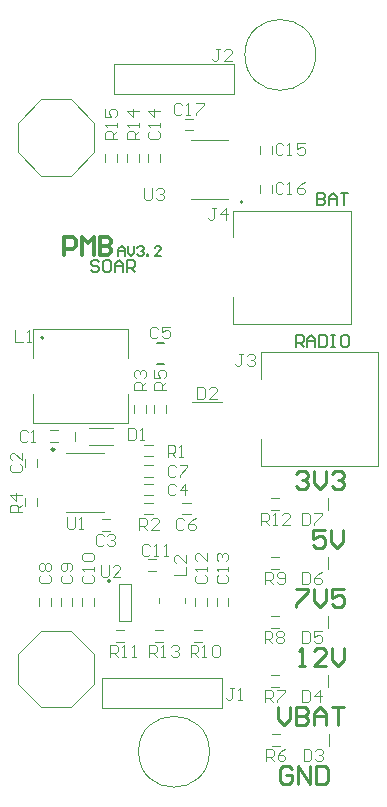
<source format=gto>
G04*
G04 #@! TF.GenerationSoftware,Altium Limited,Altium Designer,20.0.11 (256)*
G04*
G04 Layer_Color=65535*
%FSLAX44Y44*%
%MOMM*%
G71*
G01*
G75*
%ADD10C,0.2000*%
%ADD11C,0.2500*%
%ADD12C,0.1000*%
%ADD13C,0.1270*%
%ADD14C,0.3000*%
%ADD15C,0.2540*%
D10*
X96000Y174500D02*
G03*
X96000Y174500I-1000J0D01*
G01*
X208043Y495450D02*
G03*
X208043Y495450I-1000J0D01*
G01*
X39500Y380500D02*
G03*
X39500Y380500I-1000J0D01*
G01*
X103000Y450000D02*
Y455332D01*
X105666Y457997D01*
X108332Y455332D01*
Y450000D01*
Y453999D01*
X103000D01*
X110997Y457997D02*
Y452666D01*
X113663Y450000D01*
X116329Y452666D01*
Y457997D01*
X118995Y456665D02*
X120328Y457997D01*
X122993D01*
X124326Y456665D01*
Y455332D01*
X122993Y453999D01*
X121661D01*
X122993D01*
X124326Y452666D01*
Y451333D01*
X122993Y450000D01*
X120328D01*
X118995Y451333D01*
X126992Y450000D02*
Y451333D01*
X128325D01*
Y450000D01*
X126992D01*
X138988D02*
X133657D01*
X138988Y455332D01*
Y456665D01*
X137655Y457997D01*
X134990D01*
X133657Y456665D01*
X86664Y444331D02*
X84998Y445997D01*
X81666D01*
X80000Y444331D01*
Y442664D01*
X81666Y440998D01*
X84998D01*
X86664Y439332D01*
Y437666D01*
X84998Y436000D01*
X81666D01*
X80000Y437666D01*
X94995Y445997D02*
X91663D01*
X89997Y444331D01*
Y437666D01*
X91663Y436000D01*
X94995D01*
X96661Y437666D01*
Y444331D01*
X94995Y445997D01*
X99993Y436000D02*
Y442664D01*
X103326Y445997D01*
X106658Y442664D01*
Y436000D01*
Y440998D01*
X99993D01*
X109990Y436000D02*
Y445997D01*
X114989D01*
X116655Y444331D01*
Y440998D01*
X114989Y439332D01*
X109990D01*
X113323D02*
X116655Y436000D01*
X271000Y502997D02*
Y493000D01*
X275998D01*
X277665Y494666D01*
Y496332D01*
X275998Y497998D01*
X271000D01*
X275998D01*
X277665Y499664D01*
Y501331D01*
X275998Y502997D01*
X271000D01*
X280997Y493000D02*
Y499664D01*
X284329Y502997D01*
X287661Y499664D01*
Y493000D01*
Y497998D01*
X280997D01*
X290994Y502997D02*
X297658D01*
X294326D01*
Y493000D01*
X253000Y373000D02*
Y382997D01*
X257998D01*
X259664Y381331D01*
Y377998D01*
X257998Y376332D01*
X253000D01*
X256332D02*
X259664Y373000D01*
X262997D02*
Y379664D01*
X266329Y382997D01*
X269661Y379664D01*
Y373000D01*
Y377998D01*
X262997D01*
X272994Y382997D02*
Y373000D01*
X277992D01*
X279658Y374666D01*
Y381331D01*
X277992Y382997D01*
X272994D01*
X282990D02*
X286323D01*
X284657D01*
Y373000D01*
X282990D01*
X286323D01*
X296319Y382997D02*
X292987D01*
X291321Y381331D01*
Y374666D01*
X292987Y373000D01*
X296319D01*
X297985Y374666D01*
Y381331D01*
X296319Y382997D01*
D11*
X48750Y285900D02*
G03*
X48750Y285900I-1250J0D01*
G01*
D12*
X270000Y620000D02*
G03*
X270000Y620000I-30000J0D01*
G01*
X180000Y30000D02*
G03*
X180000Y30000I-30000J0D01*
G01*
X62500Y582500D02*
X82500Y562500D01*
X62500Y517500D02*
X82500Y537500D01*
Y562500D01*
X37500Y517500D02*
X62500D01*
X37500Y582500D02*
X62500D01*
X17500Y562500D02*
X37500Y582500D01*
X17500Y537500D02*
X37500Y517500D01*
X17500Y537500D02*
Y562500D01*
X62500Y132500D02*
X82500Y112500D01*
X62500Y67500D02*
X82500Y87500D01*
Y112500D01*
X37500Y67500D02*
X62500D01*
X37500Y132500D02*
X62500D01*
X17500Y112500D02*
X37500Y132500D01*
X17500Y87500D02*
X37500Y67500D01*
X17500Y87500D02*
Y112500D01*
X113500Y141000D02*
Y172000D01*
X103500Y141000D02*
Y172000D01*
Y141000D02*
X113500D01*
X103500Y172000D02*
X113500D01*
X58750Y283350D02*
X90750D01*
X58750Y233350D02*
X90750D01*
X164043Y498000D02*
X196043D01*
X164043Y548000D02*
X196043D01*
X280500Y235000D02*
Y245000D01*
X159000Y156200D02*
Y160000D01*
X137000Y156200D02*
Y160000D01*
X165500Y326000D02*
X190500D01*
X111000Y308000D02*
Y333000D01*
X31000Y308000D02*
X111000D01*
X31000D02*
Y333000D01*
Y363000D02*
Y388000D01*
X111000D01*
Y363000D02*
Y388000D01*
X99200Y612700D02*
X200800D01*
Y587300D02*
Y612700D01*
X99200Y587300D02*
X200800D01*
X99200D02*
Y612700D01*
X78250Y304000D02*
X98250D01*
X78250Y290000D02*
X98250D01*
X66250Y293000D02*
Y301000D01*
X232000Y245000D02*
X239000D01*
X232000Y235000D02*
X239000D01*
X200250Y465400D02*
Y488250D01*
X299500D01*
Y391750D02*
Y488250D01*
X200250Y391750D02*
X299500D01*
X200250D02*
Y414600D01*
X36000Y153000D02*
Y160000D01*
X46000Y153000D02*
Y160000D01*
X54000Y153000D02*
Y160000D01*
X64000Y153000D02*
Y160000D01*
X168000Y153000D02*
Y160000D01*
X178000Y153000D02*
Y160000D01*
X186000Y153000D02*
Y160000D01*
X196000Y153000D02*
Y160000D01*
X138000Y529000D02*
Y536000D01*
X128000Y529000D02*
Y536000D01*
X223000Y536000D02*
Y543000D01*
X233000Y536000D02*
Y543000D01*
X159000Y566000D02*
X166000D01*
X159000Y556000D02*
X166000D01*
X89200Y92700D02*
X190800D01*
Y67300D02*
Y92700D01*
X89200Y67300D02*
X190800D01*
X89200D02*
Y92700D01*
X167000Y133000D02*
X174000D01*
X167000Y123000D02*
X174000D01*
X101000Y133000D02*
X108000D01*
X101000Y123000D02*
X108000D01*
X134000Y133000D02*
X141000D01*
X134000Y123000D02*
X141000D01*
X120000Y529000D02*
Y536000D01*
X110000Y529000D02*
Y536000D01*
X92000Y529000D02*
Y536000D01*
X102000Y529000D02*
Y536000D01*
X72000Y153000D02*
Y160000D01*
X82000Y153000D02*
Y160000D01*
X128000Y183000D02*
X135000D01*
X128000Y193000D02*
X135000D01*
X223000Y503000D02*
Y510000D01*
X233000Y503000D02*
Y510000D01*
X45000Y302000D02*
X52000D01*
X45000Y292000D02*
X52000D01*
X34000Y271000D02*
Y278000D01*
X24000Y271000D02*
Y278000D01*
X89000Y227000D02*
X96000D01*
X89000Y217000D02*
X96000D01*
X125000Y247000D02*
X132000D01*
X125000Y257000D02*
X132000D01*
X157000Y231000D02*
X164000D01*
X157000Y241000D02*
X164000D01*
X125000Y263000D02*
X132000D01*
X125000Y273000D02*
X132000D01*
X281500Y35000D02*
Y45000D01*
X280500Y85000D02*
Y95000D01*
Y135000D02*
Y145000D01*
Y185000D02*
Y195000D01*
X223250Y345400D02*
Y368250D01*
X322500D01*
Y271750D02*
Y368250D01*
X223250Y271750D02*
X322500D01*
X223250D02*
Y294600D01*
X125000Y290000D02*
X132000D01*
X125000Y280000D02*
X132000D01*
X125000Y231000D02*
X132000D01*
X125000Y241000D02*
X132000D01*
X116000Y317000D02*
Y324000D01*
X126000Y317000D02*
Y324000D01*
X24000Y238000D02*
Y245000D01*
X34000Y238000D02*
Y245000D01*
X143000Y317000D02*
Y324000D01*
X133000Y317000D02*
Y324000D01*
X233000Y45000D02*
X240000D01*
X233000Y35000D02*
X240000D01*
X232000Y95000D02*
X239000D01*
X232000Y85000D02*
X239000D01*
X232000Y145000D02*
X239000D01*
X232000Y135000D02*
X239000D01*
X232000Y195000D02*
X239000D01*
X232000Y185000D02*
X239000D01*
X185334Y489998D02*
X182002D01*
X183668D01*
Y481668D01*
X182002Y480002D01*
X180336D01*
X178669Y481668D01*
X193664Y480002D02*
Y489998D01*
X188666Y485000D01*
X195331D01*
X59335Y228998D02*
Y220668D01*
X61002Y219002D01*
X64334D01*
X66000Y220668D01*
Y228998D01*
X69332Y219002D02*
X72664D01*
X70998D01*
Y228998D01*
X69332Y227332D01*
X223504Y222002D02*
Y231998D01*
X228502D01*
X230168Y230332D01*
Y227000D01*
X228502Y225334D01*
X223504D01*
X226836D02*
X230168Y222002D01*
X233501D02*
X236833D01*
X235167D01*
Y231998D01*
X233501Y230332D01*
X248496Y222002D02*
X241831D01*
X248496Y228666D01*
Y230332D01*
X246830Y231998D01*
X243498D01*
X241831Y230332D01*
X227169Y172002D02*
Y181998D01*
X232168D01*
X233834Y180332D01*
Y177000D01*
X232168Y175334D01*
X227169D01*
X230502D02*
X233834Y172002D01*
X237166Y173668D02*
X238832Y172002D01*
X242164D01*
X243831Y173668D01*
Y180332D01*
X242164Y181998D01*
X238832D01*
X237166Y180332D01*
Y178666D01*
X238832Y177000D01*
X243831D01*
X226669Y122002D02*
Y131998D01*
X231668D01*
X233334Y130332D01*
Y127000D01*
X231668Y125334D01*
X226669D01*
X230002D02*
X233334Y122002D01*
X236666Y130332D02*
X238332Y131998D01*
X241665D01*
X243331Y130332D01*
Y128666D01*
X241665Y127000D01*
X243331Y125334D01*
Y123668D01*
X241665Y122002D01*
X238332D01*
X236666Y123668D01*
Y125334D01*
X238332Y127000D01*
X236666Y128666D01*
Y130332D01*
X238332Y127000D02*
X241665D01*
X227173Y72002D02*
Y81999D01*
X232171D01*
X233837Y80333D01*
Y77001D01*
X232171Y75335D01*
X227173D01*
X230505D02*
X233837Y72002D01*
X237170Y81999D02*
X243834D01*
Y80333D01*
X237170Y73668D01*
Y72002D01*
X227669Y22002D02*
Y31998D01*
X232668D01*
X234334Y30332D01*
Y27000D01*
X232668Y25334D01*
X227669D01*
X231002D02*
X234334Y22002D01*
X244331Y31998D02*
X240998Y30332D01*
X237666Y27000D01*
Y23668D01*
X239332Y22002D01*
X242665D01*
X244331Y23668D01*
Y25334D01*
X242665Y27000D01*
X237666D01*
X142998Y336669D02*
X133002D01*
Y341668D01*
X134668Y343334D01*
X138000D01*
X139666Y341668D01*
Y336669D01*
Y340002D02*
X142998Y343334D01*
X133002Y353331D02*
Y346666D01*
X138000D01*
X136334Y349998D01*
Y351665D01*
X138000Y353331D01*
X141332D01*
X142998Y351665D01*
Y348332D01*
X141332Y346666D01*
X20998Y232669D02*
X11002D01*
Y237668D01*
X12668Y239334D01*
X16000D01*
X17666Y237668D01*
Y232669D01*
Y236002D02*
X20998Y239334D01*
Y247665D02*
X11002D01*
X16000Y242666D01*
Y249331D01*
X125998Y336669D02*
X116002D01*
Y341668D01*
X117668Y343334D01*
X121000D01*
X122666Y341668D01*
Y336669D01*
Y340002D02*
X125998Y343334D01*
X117668Y346666D02*
X116002Y348332D01*
Y351665D01*
X117668Y353331D01*
X119334D01*
X121000Y351665D01*
Y349998D01*
Y351665D01*
X122666Y353331D01*
X124332D01*
X125998Y351665D01*
Y348332D01*
X124332Y346666D01*
X120669Y218002D02*
Y227998D01*
X125668D01*
X127334Y226332D01*
Y223000D01*
X125668Y221334D01*
X120669D01*
X124002D02*
X127334Y218002D01*
X137331D02*
X130666D01*
X137331Y224666D01*
Y226332D01*
X135665Y227998D01*
X132332D01*
X130666Y226332D01*
X144597Y279819D02*
Y289816D01*
X149596D01*
X151262Y288150D01*
Y284817D01*
X149596Y283151D01*
X144597D01*
X147929D02*
X151262Y279819D01*
X154594D02*
X157926D01*
X156260D01*
Y289816D01*
X154594Y288150D01*
X15336Y386998D02*
Y377002D01*
X22000D01*
X25332D02*
X28665D01*
X26998D01*
Y386998D01*
X25332Y385332D01*
X208334Y366998D02*
X205002D01*
X206668D01*
Y358668D01*
X205002Y357002D01*
X203335D01*
X201669Y358668D01*
X211666Y365332D02*
X213332Y366998D01*
X216665D01*
X218331Y365332D01*
Y363666D01*
X216665Y362000D01*
X214998D01*
X216665D01*
X218331Y360334D01*
Y358668D01*
X216665Y357002D01*
X213332D01*
X211666Y358668D01*
X258669Y231998D02*
Y222002D01*
X263668D01*
X265334Y223668D01*
Y230332D01*
X263668Y231998D01*
X258669D01*
X268666D02*
X275331D01*
Y230332D01*
X268666Y223668D01*
Y222002D01*
X258669Y181998D02*
Y172002D01*
X263668D01*
X265334Y173668D01*
Y180332D01*
X263668Y181998D01*
X258669D01*
X275331D02*
X271998Y180332D01*
X268666Y177000D01*
Y173668D01*
X270332Y172002D01*
X273664D01*
X275331Y173668D01*
Y175334D01*
X273664Y177000D01*
X268666D01*
X258669Y131998D02*
Y122002D01*
X263668D01*
X265334Y123668D01*
Y130332D01*
X263668Y131998D01*
X258669D01*
X275331D02*
X268666D01*
Y127000D01*
X271998Y128666D01*
X273664D01*
X275331Y127000D01*
Y123668D01*
X273664Y122002D01*
X270332D01*
X268666Y123668D01*
X258669Y81998D02*
Y72002D01*
X263668D01*
X265334Y73668D01*
Y80332D01*
X263668Y81998D01*
X258669D01*
X273664Y72002D02*
Y81998D01*
X268666Y77000D01*
X275331D01*
X259669Y31998D02*
Y22002D01*
X264668D01*
X266334Y23668D01*
Y30332D01*
X264668Y31998D01*
X259669D01*
X269666Y30332D02*
X271332Y31998D01*
X274664D01*
X276331Y30332D01*
Y28666D01*
X274664Y27000D01*
X272998D01*
X274664D01*
X276331Y25334D01*
Y23668D01*
X274664Y22002D01*
X271332D01*
X269666Y23668D01*
X169669Y338998D02*
Y329002D01*
X174668D01*
X176334Y330668D01*
Y337332D01*
X174668Y338998D01*
X169669D01*
X186331Y329002D02*
X179666D01*
X186331Y335666D01*
Y337332D01*
X184664Y338998D01*
X181332D01*
X179666Y337332D01*
X111335Y303998D02*
Y294002D01*
X116334D01*
X118000Y295668D01*
Y302332D01*
X116334Y303998D01*
X111335D01*
X121332Y294002D02*
X124664D01*
X122998D01*
Y303998D01*
X121332Y302332D01*
X151334Y271332D02*
X149668Y272998D01*
X146335D01*
X144669Y271332D01*
Y264668D01*
X146335Y263002D01*
X149668D01*
X151334Y264668D01*
X154666Y272998D02*
X161331D01*
Y271332D01*
X154666Y264668D01*
Y263002D01*
X158334Y226332D02*
X156668Y227998D01*
X153336D01*
X151669Y226332D01*
Y219668D01*
X153336Y218002D01*
X156668D01*
X158334Y219668D01*
X168331Y227998D02*
X164998Y226332D01*
X161666Y223000D01*
Y219668D01*
X163332Y218002D01*
X166665D01*
X168331Y219668D01*
Y221334D01*
X166665Y223000D01*
X161666D01*
X136334Y388332D02*
X134668Y389998D01*
X131335D01*
X129669Y388332D01*
Y381668D01*
X131335Y380002D01*
X134668D01*
X136334Y381668D01*
X146331Y389998D02*
X139666D01*
Y385000D01*
X142998Y386666D01*
X144664D01*
X146331Y385000D01*
Y381668D01*
X144664Y380002D01*
X141332D01*
X139666Y381668D01*
X151334Y255332D02*
X149668Y256998D01*
X146335D01*
X144669Y255332D01*
Y248668D01*
X146335Y247002D01*
X149668D01*
X151334Y248668D01*
X159664Y247002D02*
Y256998D01*
X154666Y252000D01*
X161331D01*
X90334Y212332D02*
X88668Y213998D01*
X85336D01*
X83669Y212332D01*
Y205668D01*
X85336Y204002D01*
X88668D01*
X90334Y205668D01*
X93666Y212332D02*
X95332Y213998D01*
X98665D01*
X100331Y212332D01*
Y210666D01*
X98665Y209000D01*
X96998D01*
X98665D01*
X100331Y207334D01*
Y205668D01*
X98665Y204002D01*
X95332D01*
X93666Y205668D01*
X12668Y273334D02*
X11002Y271668D01*
Y268335D01*
X12668Y266669D01*
X19332D01*
X20998Y268335D01*
Y271668D01*
X19332Y273334D01*
X20998Y283331D02*
Y276666D01*
X14334Y283331D01*
X12668D01*
X11002Y281665D01*
Y278332D01*
X12668Y276666D01*
X26000Y300332D02*
X24334Y301998D01*
X21002D01*
X19335Y300332D01*
Y293668D01*
X21002Y292002D01*
X24334D01*
X26000Y293668D01*
X29332Y292002D02*
X32664D01*
X30998D01*
Y301998D01*
X29332Y300332D01*
X242665Y510331D02*
X240998Y511997D01*
X237666D01*
X236000Y510331D01*
Y503666D01*
X237666Y502000D01*
X240998D01*
X242665Y503666D01*
X245997Y502000D02*
X249329D01*
X247663D01*
Y511997D01*
X245997Y510331D01*
X260992Y511997D02*
X257660Y510331D01*
X254327Y506998D01*
Y503666D01*
X255994Y502000D01*
X259326D01*
X260992Y503666D01*
Y505332D01*
X259326Y506998D01*
X254327D01*
X129664Y204331D02*
X127998Y205997D01*
X124666D01*
X123000Y204331D01*
Y197666D01*
X124666Y196000D01*
X127998D01*
X129664Y197666D01*
X132997Y196000D02*
X136329D01*
X134663D01*
Y205997D01*
X132997Y204331D01*
X141327Y196000D02*
X144660D01*
X142994D01*
Y205997D01*
X141327Y204331D01*
X73669Y179664D02*
X72003Y177998D01*
Y174666D01*
X73669Y173000D01*
X80334D01*
X82000Y174666D01*
Y177998D01*
X80334Y179664D01*
X82000Y182997D02*
Y186329D01*
Y184663D01*
X72003D01*
X73669Y182997D01*
Y191327D02*
X72003Y192994D01*
Y196326D01*
X73669Y197992D01*
X80334D01*
X82000Y196326D01*
Y192994D01*
X80334Y191327D01*
X73669D01*
X125000Y506997D02*
Y498666D01*
X126666Y497000D01*
X129998D01*
X131664Y498666D01*
Y506997D01*
X134997Y505331D02*
X136663Y506997D01*
X139995D01*
X141661Y505331D01*
Y503665D01*
X139995Y501998D01*
X138329D01*
X139995D01*
X141661Y500332D01*
Y498666D01*
X139995Y497000D01*
X136663D01*
X134997Y498666D01*
X88000Y187997D02*
Y179666D01*
X89666Y178000D01*
X92998D01*
X94664Y179666D01*
Y187997D01*
X104661Y178000D02*
X97997D01*
X104661Y184664D01*
Y186331D01*
X102995Y187997D01*
X99663D01*
X97997Y186331D01*
X102000Y549000D02*
X92003D01*
Y553998D01*
X93669Y555664D01*
X97002D01*
X98668Y553998D01*
Y549000D01*
Y552332D02*
X102000Y555664D01*
Y558997D02*
Y562329D01*
Y560663D01*
X92003D01*
X93669Y558997D01*
X92003Y573992D02*
Y567327D01*
X97002D01*
X95336Y570660D01*
Y572326D01*
X97002Y573992D01*
X100334D01*
X102000Y572326D01*
Y568994D01*
X100334Y567327D01*
X120000Y549000D02*
X110003D01*
Y553998D01*
X111669Y555664D01*
X115002D01*
X116668Y553998D01*
Y549000D01*
Y552332D02*
X120000Y555664D01*
Y558997D02*
Y562329D01*
Y560663D01*
X110003D01*
X111669Y558997D01*
X120000Y572326D02*
X110003D01*
X115002Y567327D01*
Y573992D01*
X129000Y110000D02*
Y119997D01*
X133998D01*
X135665Y118331D01*
Y114998D01*
X133998Y113332D01*
X129000D01*
X132332D02*
X135665Y110000D01*
X138997D02*
X142329D01*
X140663D01*
Y119997D01*
X138997Y118331D01*
X147327D02*
X148994Y119997D01*
X152326D01*
X153992Y118331D01*
Y116664D01*
X152326Y114998D01*
X150660D01*
X152326D01*
X153992Y113332D01*
Y111666D01*
X152326Y110000D01*
X148994D01*
X147327Y111666D01*
X96000Y110000D02*
Y119997D01*
X100998D01*
X102664Y118331D01*
Y114998D01*
X100998Y113332D01*
X96000D01*
X99332D02*
X102664Y110000D01*
X105997D02*
X109329D01*
X107663D01*
Y119997D01*
X105997Y118331D01*
X114327Y110000D02*
X117660D01*
X115994D01*
Y119997D01*
X114327Y118331D01*
X164000Y110000D02*
Y119997D01*
X168998D01*
X170665Y118331D01*
Y114998D01*
X168998Y113332D01*
X164000D01*
X167332D02*
X170665Y110000D01*
X173997D02*
X177329D01*
X175663D01*
Y119997D01*
X173997Y118331D01*
X182327D02*
X183994Y119997D01*
X187326D01*
X188992Y118331D01*
Y111666D01*
X187326Y110000D01*
X183994D01*
X182327Y111666D01*
Y118331D01*
X150003Y180000D02*
X160000D01*
Y186665D01*
Y196661D02*
Y189997D01*
X153336Y196661D01*
X151669D01*
X150003Y194995D01*
Y191663D01*
X151669Y189997D01*
X189165Y624997D02*
X185832D01*
X187498D01*
Y616666D01*
X185832Y615000D01*
X184166D01*
X182500Y616666D01*
X199161Y615000D02*
X192497D01*
X199161Y621665D01*
Y623331D01*
X197495Y624997D01*
X194163D01*
X192497Y623331D01*
X200665Y83997D02*
X197332D01*
X198998D01*
Y75666D01*
X197332Y74000D01*
X195666D01*
X194000Y75666D01*
X203997Y74000D02*
X207329D01*
X205663D01*
Y83997D01*
X203997Y82331D01*
X156664Y577331D02*
X154998Y578997D01*
X151666D01*
X150000Y577331D01*
Y570666D01*
X151666Y569000D01*
X154998D01*
X156664Y570666D01*
X159997Y569000D02*
X163329D01*
X161663D01*
Y578997D01*
X159997Y577331D01*
X168327Y578997D02*
X174992D01*
Y577331D01*
X168327Y570666D01*
Y569000D01*
X242665Y543331D02*
X240998Y544997D01*
X237666D01*
X236000Y543331D01*
Y536666D01*
X237666Y535000D01*
X240998D01*
X242665Y536666D01*
X245997Y535000D02*
X249329D01*
X247663D01*
Y544997D01*
X245997Y543331D01*
X260992Y544997D02*
X254327D01*
Y539998D01*
X257660Y541665D01*
X259326D01*
X260992Y539998D01*
Y536666D01*
X259326Y535000D01*
X255994D01*
X254327Y536666D01*
X129669Y555664D02*
X128003Y553998D01*
Y550666D01*
X129669Y549000D01*
X136334D01*
X138000Y550666D01*
Y553998D01*
X136334Y555664D01*
X138000Y558997D02*
Y562329D01*
Y560663D01*
X128003D01*
X129669Y558997D01*
X138000Y572326D02*
X128003D01*
X133002Y567327D01*
Y573992D01*
X187669Y179664D02*
X186003Y177998D01*
Y174666D01*
X187669Y173000D01*
X194334D01*
X196000Y174666D01*
Y177998D01*
X194334Y179664D01*
X196000Y182997D02*
Y186329D01*
Y184663D01*
X186003D01*
X187669Y182997D01*
Y191327D02*
X186003Y192994D01*
Y196326D01*
X187669Y197992D01*
X189335D01*
X191002Y196326D01*
Y194660D01*
Y196326D01*
X192668Y197992D01*
X194334D01*
X196000Y196326D01*
Y192994D01*
X194334Y191327D01*
X169669Y179664D02*
X168003Y177998D01*
Y174666D01*
X169669Y173000D01*
X176334D01*
X178000Y174666D01*
Y177998D01*
X176334Y179664D01*
X178000Y182997D02*
Y186329D01*
Y184663D01*
X168003D01*
X169669Y182997D01*
X178000Y197992D02*
Y191327D01*
X171336Y197992D01*
X169669D01*
X168003Y196326D01*
Y192994D01*
X169669Y191327D01*
X55669Y179664D02*
X54003Y177998D01*
Y174666D01*
X55669Y173000D01*
X62334D01*
X64000Y174666D01*
Y177998D01*
X62334Y179664D01*
Y182997D02*
X64000Y184663D01*
Y187995D01*
X62334Y189661D01*
X55669D01*
X54003Y187995D01*
Y184663D01*
X55669Y182997D01*
X57336D01*
X59002Y184663D01*
Y189661D01*
X37669Y179664D02*
X36003Y177998D01*
Y174666D01*
X37669Y173000D01*
X44334D01*
X46000Y174666D01*
Y177998D01*
X44334Y179664D01*
X37669Y182997D02*
X36003Y184663D01*
Y187995D01*
X37669Y189661D01*
X39335D01*
X41002Y187995D01*
X42668Y189661D01*
X44334D01*
X46000Y187995D01*
Y184663D01*
X44334Y182997D01*
X42668D01*
X41002Y184663D01*
X39335Y182997D01*
X37669D01*
X41002Y184663D02*
Y187995D01*
D13*
X135460Y358000D02*
X141260D01*
X135460Y376000D02*
X141260D01*
D14*
X57000Y451000D02*
Y465995D01*
X64498D01*
X66997Y463496D01*
Y458498D01*
X64498Y455998D01*
X57000D01*
X71995Y451000D02*
Y465995D01*
X76993Y460997D01*
X81992Y465995D01*
Y451000D01*
X86990Y465995D02*
Y451000D01*
X94488D01*
X96987Y453499D01*
Y455998D01*
X94488Y458498D01*
X86990D01*
X94488D01*
X96987Y460997D01*
Y463496D01*
X94488Y465995D01*
X86990D01*
D15*
X238069Y67618D02*
Y57461D01*
X243147Y52382D01*
X248226Y57461D01*
Y67618D01*
X253304D02*
Y52382D01*
X260922D01*
X263461Y54922D01*
Y57461D01*
X260922Y60000D01*
X253304D01*
X260922D01*
X263461Y62539D01*
Y65078D01*
X260922Y67618D01*
X253304D01*
X268539Y52382D02*
Y62539D01*
X273617Y67618D01*
X278696Y62539D01*
Y52382D01*
Y60000D01*
X268539D01*
X283774Y67618D02*
X293931D01*
X288853D01*
Y52382D01*
X249843Y15078D02*
X247304Y17617D01*
X242226D01*
X239687Y15078D01*
Y4922D01*
X242226Y2383D01*
X247304D01*
X249843Y4922D01*
Y10000D01*
X244765D01*
X254922Y2383D02*
Y17617D01*
X265078Y2383D01*
Y17617D01*
X270157D02*
Y2383D01*
X277774D01*
X280313Y4922D01*
Y15078D01*
X277774Y17617D01*
X270157D01*
X255956Y102382D02*
X261035D01*
X258495D01*
Y117618D01*
X255956Y115078D01*
X278809Y102382D02*
X268652D01*
X278809Y112539D01*
Y115078D01*
X276270Y117618D01*
X271191D01*
X268652Y115078D01*
X283887Y117618D02*
Y107461D01*
X288965Y102382D01*
X294044Y107461D01*
Y117618D01*
X253687Y167617D02*
X263843D01*
Y165078D01*
X253687Y154922D01*
Y152382D01*
X268922Y167617D02*
Y157461D01*
X274000Y152382D01*
X279078Y157461D01*
Y167617D01*
X294314D02*
X284157D01*
Y160000D01*
X289235Y162539D01*
X291774D01*
X294314Y160000D01*
Y154922D01*
X291774Y152382D01*
X286696D01*
X284157Y154922D01*
X277461Y217617D02*
X267304D01*
Y210000D01*
X272383Y212539D01*
X274922D01*
X277461Y210000D01*
Y204922D01*
X274922Y202383D01*
X269843D01*
X267304Y204922D01*
X282539Y217617D02*
Y207461D01*
X287617Y202383D01*
X292696Y207461D01*
Y217617D01*
X253687Y265078D02*
X256226Y267617D01*
X261304D01*
X263843Y265078D01*
Y262539D01*
X261304Y260000D01*
X258765D01*
X261304D01*
X263843Y257461D01*
Y254922D01*
X261304Y252383D01*
X256226D01*
X253687Y254922D01*
X268922Y267617D02*
Y257461D01*
X274000Y252383D01*
X279078Y257461D01*
Y267617D01*
X284157Y265078D02*
X286696Y267617D01*
X291774D01*
X294314Y265078D01*
Y262539D01*
X291774Y260000D01*
X289235D01*
X291774D01*
X294314Y257461D01*
Y254922D01*
X291774Y252383D01*
X286696D01*
X284157Y254922D01*
M02*

</source>
